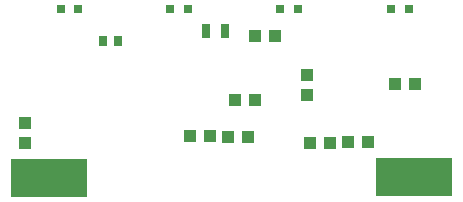
<source format=gbr>
G04 EAGLE Gerber RS-274X export*
G75*
%MOMM*%
%FSLAX34Y34*%
%LPD*%
%INSolderpaste Bottom*%
%IPPOS*%
%AMOC8*
5,1,8,0,0,1.08239X$1,22.5*%
G01*
%ADD10R,1.100000X1.000000*%
%ADD11R,0.800000X0.800000*%
%ADD12R,1.000000X1.100000*%
%ADD13R,6.451600X3.251200*%
%ADD14R,0.700000X0.900000*%
%ADD15R,0.800000X1.200000*%


D10*
X22400Y56500D03*
X22400Y73500D03*
D11*
X332500Y170000D03*
X347500Y170000D03*
X238500Y170000D03*
X253500Y170000D03*
X145500Y170000D03*
X160500Y170000D03*
X52500Y170000D03*
X67500Y170000D03*
D12*
X352700Y106800D03*
X335700Y106800D03*
X280900Y57300D03*
X263900Y57300D03*
X217000Y147700D03*
X234000Y147700D03*
X194400Y62200D03*
X211400Y62200D03*
X162400Y62500D03*
X179400Y62500D03*
D13*
X351800Y28100D03*
X42800Y27300D03*
D10*
X261000Y114500D03*
X261000Y97500D03*
D12*
X312500Y58000D03*
X295500Y58000D03*
X200500Y93000D03*
X217500Y93000D03*
D14*
X88500Y143000D03*
X101500Y143000D03*
D15*
X192000Y152000D03*
X176000Y152000D03*
M02*

</source>
